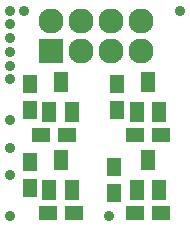
<source format=gts>
G04 #@! TF.FileFunction,Soldermask,Top*
%FSLAX46Y46*%
G04 Gerber Fmt 4.6, Leading zero omitted, Abs format (unit mm)*
G04 Created by KiCad (PCBNEW 4.0.2-stable) date 16.05.2016 20:37:56*
%MOMM*%
G01*
G04 APERTURE LIST*
%ADD10C,0.100000*%
%ADD11R,2.127200X2.127200*%
%ADD12O,2.127200X2.127200*%
%ADD13C,0.900000*%
%ADD14R,1.200100X1.800000*%
%ADD15R,1.600000X1.300000*%
%ADD16R,1.300000X1.600000*%
G04 APERTURE END LIST*
D10*
D11*
X134250000Y-98200000D03*
D12*
X134250000Y-95660000D03*
X136790000Y-98200000D03*
X136790000Y-95660000D03*
X139330000Y-98200000D03*
X139330000Y-95660000D03*
X141870000Y-98200000D03*
X141870000Y-95660000D03*
D13*
X130800000Y-104080000D03*
X130800000Y-108720000D03*
X139200000Y-112200000D03*
X145200000Y-94800000D03*
X132000000Y-94800000D03*
X130800000Y-112200000D03*
X130800000Y-106400000D03*
X130800000Y-100600000D03*
X130800000Y-99440000D03*
X130800000Y-98280000D03*
X130800000Y-97120000D03*
X130800000Y-95960000D03*
D14*
X141550000Y-103400000D03*
X143450000Y-103400000D03*
X142500000Y-100800000D03*
X141550000Y-110000000D03*
X143450000Y-110000000D03*
X142500000Y-107400000D03*
X134150000Y-110000000D03*
X136050000Y-110000000D03*
X135100000Y-107400000D03*
X134150000Y-103400000D03*
X136050000Y-103400000D03*
X135100000Y-100800000D03*
D15*
X143600000Y-105300000D03*
X141400000Y-105300000D03*
X143600000Y-111900000D03*
X141400000Y-111900000D03*
D16*
X139900000Y-103200000D03*
X139900000Y-101000000D03*
X139600000Y-110200000D03*
X139600000Y-108000000D03*
D15*
X136200000Y-111900000D03*
X134000000Y-111900000D03*
X135650000Y-105300000D03*
X133450000Y-105300000D03*
D16*
X132500000Y-109800000D03*
X132500000Y-107600000D03*
X132500000Y-103200000D03*
X132500000Y-101000000D03*
D13*
X130800000Y-94800000D03*
M02*

</source>
